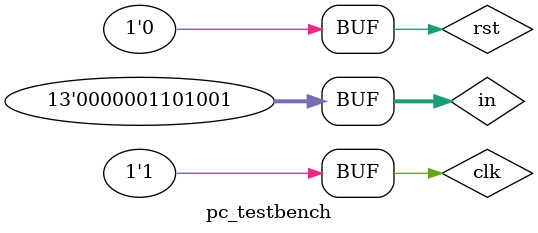
<source format=sv>
module pc(input[12:0] in,input clk,rst,pcWrite,output logic[12:0] pc);
  always@(posedge clk,posedge rst)begin
    if (rst)
      pc <= 13'b0;
    else if (pcWrite)
      pc <= in;
  end
endmodule
    
module pc_testbench();
  logic clk=1;
  logic rst;
  logic [12:0] in=105;
  wire [12:0] out;
  pc element(in,clk,rst,out);
  initial repeat(50)begin #5 clk=~clk; end
  initial repeat(12)begin #20 in = in+1 ; end
  initial begin
    rst <= 1'b1;
    #6
    rst <=0;
  end
endmodule

</source>
